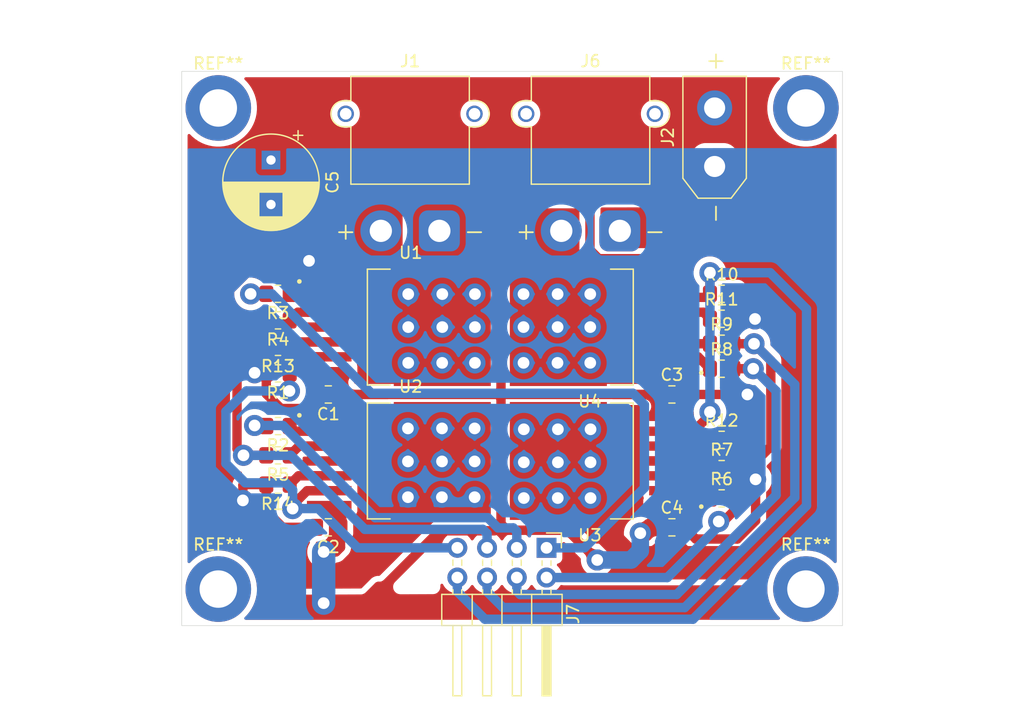
<source format=kicad_pcb>
(kicad_pcb (version 20241229) (generator "pcbnew") (generator_version "9.0")
  (layers (0 "F.Cu" signal) (2 "B.Cu" signal) (13 "F.Paste" user) (15 "B.Paste" user) (5 "F.SilkS" user "F.Silkscreen") (7 "B.SilkS" user "B.Silkscreen") (1 "F.Mask" user) (3 "B.Mask" user) (25 "Edge.Cuts" user))
  (net 0 "")
  (net 1 "GND")
  (net 2 "+24V")
  (net 3 "Net-(J1-Pin_1)")
  (net 4 "Net-(J1-Pin_2)")
  (net 5 "Net-(J6-Pin_1)")
  (net 6 "Net-(J6-Pin_2)")
  (net 7 "IS_1")
  (net 8 "Net-(U2-IN)")
  (net 9 "PWM_B")
  (net 10 "Net-(U1-IN)")
  (net 11 "PWM_A")
  (net 12 "Net-(U1-INH)")
  (net 13 "ENABLE_1")
  (net 14 "Net-(U2-INH)")
  (net 15 "PWM_C")
  (net 16 "Net-(U3-IN)")
  (net 17 "Net-(U3-INH)")
  (net 18 "ENABLE_2")
  (net 19 "Net-(U4-IN)")
  (net 20 "PWM_D")
  (net 21 "Net-(U4-INH)")
  (net 22 "IS_2")
  (net 23 "Net-(U4-SR)")
  (net 24 "Net-(U3-SR)")
  (net 25 "Net-(U1-SR)")
  (net 26 "Net-(U2-SR)")
  (footprint "Capacitor_SMD:C_0805_2012Metric_Pad1.18x1.45mm_HandSolder" (layer "F.Cu") (at 167.3 76.85)
    (property "Reference" "C3" (at 0 -1.68 0) (layer "F.SilkS"))
    (property "Value" "470nF")
    (pad "1" smd roundrect (at -1.0375 0) (size 1.175 1.45) (layers "F.Cu" "F.Mask" "F.Paste") (roundrect_rratio 0.212766) (net 2 "+24V"))
    (pad "2" smd roundrect (at 1.0375 0) (size 1.175 1.45) (layers "F.Cu" "F.Mask" "F.Paste") (roundrect_rratio 0.212766) (net 1 "GND"))
  )
  (footprint "Electronianos_Lib:BTS7960B_DPAK127P1490X440-8N" (layer "F.Cu") (at 143.975 82.53)
    (property "Reference" "U2" (at 1.016 -6.35 0) (layer "F.SilkS"))
    (property "Value" "BTS7960B")
    (pad "1" smd rect (at -5.95 -3.81) (size 3.81 0.8) (layers "F.Cu" "F.Mask" "F.Paste") (net 1 "GND"))
    (pad "2" smd rect (at -5.95 -2.54) (size 3.81 0.8) (layers "F.Cu" "F.Mask" "F.Paste") (net 8 "Net-(U2-IN)"))
    (pad "3" smd rect (at -5.95 -1.27) (size 3.81 0.8) (layers "F.Cu" "F.Mask" "F.Paste") (net 14 "Net-(U2-INH)"))
    (pad "4" smd rect (at -5.95 0) (size 3.81 0.8) (layers "F.Cu" "F.Mask" "F.Paste") (net 4 "Net-(J1-Pin_2)"))
    (pad "5" smd rect (at -5.95 1.27) (size 3.81 0.8) (layers "F.Cu" "F.Mask" "F.Paste") (net 26 "Net-(U2-SR)"))
    (pad "6" smd rect (at -5.95 2.54) (size 3.81 0.8) (layers "F.Cu" "F.Mask" "F.Paste") (net 7 "IS_1"))
    (pad "7" smd rect (at -5.95 3.81) (size 3.81 0.8) (layers "F.Cu" "F.Mask" "F.Paste") (net 2 "+24V"))
    (pad "8" smd rect (at 3.71 0) (size 8.29 10.07) (layers "F.Cu" "F.Mask") (net 4 "Net-(J1-Pin_2)"))
  )
  (footprint "Resistor_SMD:R_0805_2012Metric_Pad1.20x1.40mm_HandSolder" (layer "F.Cu") (at 171.55 68.25)
    (property "Reference" "R10" (at 0 -1.65 0) (layer "F.SilkS"))
    (property "Value" "R_US")
    (pad "1" smd roundrect (at -1 0) (size 1.2 1.4) (layers "F.Cu" "F.Mask" "F.Paste") (roundrect_rratio 0.208333) (net 22 "IS_2"))
    (pad "2" smd roundrect (at 1 0) (size 1.2 1.4) (layers "F.Cu" "F.Mask" "F.Paste") (roundrect_rratio 0.208333) (net 1 "GND"))
  )
  (footprint "Capacitor_SMD:C_0805_2012Metric_Pad1.18x1.45mm_HandSolder" (layer "F.Cu") (at 137.95 76.85 180)
    (property "Reference" "C1" (at 0 -1.68 0) (layer "F.SilkS"))
    (property "Value" "470nF")
    (pad "1" smd roundrect (at -1.0375 0 180) (size 1.175 1.45) (layers "F.Cu" "F.Mask" "F.Paste") (roundrect_rratio 0.212766) (net 2 "+24V"))
    (pad "2" smd roundrect (at 1.0375 0 180) (size 1.175 1.45) (layers "F.Cu" "F.Mask" "F.Paste") (roundrect_rratio 0.212766) (net 1 "GND"))
  )
  (footprint "MountingHole:MountingHole_3.2mm_M3_DIN965_Pad_TopBottom" (layer "F.Cu") (at 178.75 93.475)
    (property "Reference" "REF**" (at 0 -3.8 0) (layer "F.SilkS"))
    (property "Value" "MountingHole_3.2mm_M3_DIN965_Pad_TopBottom")
    (pad "1" thru_hole circle (at 0 0) (size 3.6 3.6) (drill 3.2) (layers "*.Cu" "*.Mask"))
    (pad "1" connect circle (at 0 0) (size 5.6 5.6) (layers "F.Cu" "F.Mask"))
    (pad "1" connect circle (at 0 0) (size 5.6 5.6) (layers "B.Cu" "B.Mask"))
  )
  (footprint "Resistor_SMD:R_0805_2012Metric_Pad1.20x1.40mm_HandSolder" (layer "F.Cu") (at 171.55 83.228604)
    (property "Reference" "R7" (at 0 -1.65 0) (layer "F.SilkS"))
    (property "Value" "R_US")
    (pad "1" smd roundrect (at -1 0) (size 1.2 1.4) (layers "F.Cu" "F.Mask" "F.Paste") (roundrect_rratio 0.208333) (net 17 "Net-(U3-INH)"))
    (pad "2" smd roundrect (at 1 0) (size 1.2 1.4) (layers "F.Cu" "F.Mask" "F.Paste") (roundrect_rratio 0.208333) (net 18 "ENABLE_2"))
  )
  (footprint "Electronianos_Lib:BTS7960B_DPAK127P1490X440-8N" (layer "F.Cu") (at 161.31 71.095 180)
    (property "Reference" "U4" (at 1.016 -6.35 0) (layer "F.SilkS"))
    (property "Value" "BTS7960B")
    (pad "1" smd rect (at -5.95 -3.81 180) (size 3.81 0.8) (layers "F.Cu" "F.Mask" "F.Paste") (net 1 "GND"))
    (pad "2" smd rect (at -5.95 -2.54 180) (size 3.81 0.8) (layers "F.Cu" "F.Mask" "F.Paste") (net 19 "Net-(U4-IN)"))
    (pad "3" smd rect (at -5.95 -1.27 180) (size 3.81 0.8) (layers "F.Cu" "F.Mask" "F.Paste") (net 21 "Net-(U4-INH)"))
    (pad "4" smd rect (at -5.95 0 180) (size 3.81 0.8) (layers "F.Cu" "F.Mask" "F.Paste") (net 6 "Net-(J6-Pin_2)"))
    (pad "5" smd rect (at -5.95 1.27 180) (size 3.81 0.8) (layers "F.Cu" "F.Mask" "F.Paste") (net 23 "Net-(U4-SR)"))
    (pad "6" smd rect (at -5.95 2.54 180) (size 3.81 0.8) (layers "F.Cu" "F.Mask" "F.Paste") (net 22 "IS_2"))
    (pad "7" smd rect (at -5.95 3.81 180) (size 3.81 0.8) (layers "F.Cu" "F.Mask" "F.Paste") (net 2 "+24V"))
    (pad "8" smd rect (at 3.71 0 180) (size 8.29 10.07) (layers "F.Cu" "F.Mask") (net 6 "Net-(J6-Pin_2)"))
  )
  (footprint "MountingHole:MountingHole_3.2mm_M3_DIN965_Pad_TopBottom" (layer "F.Cu") (at 128.55 52.375)
    (property "Reference" "REF**" (at 0 -3.8 0) (layer "F.SilkS"))
    (property "Value" "MountingHole_3.2mm_M3_DIN965_Pad_TopBottom")
    (pad "1" thru_hole circle (at 0 0) (size 3.6 3.6) (drill 3.2) (layers "*.Cu" "*.Mask"))
    (pad "1" connect circle (at 0 0) (size 5.6 5.6) (layers "F.Cu" "F.Mask"))
    (pad "1" connect circle (at 0 0) (size 5.6 5.6) (layers "B.Cu" "B.Mask"))
  )
  (footprint "Resistor_SMD:R_0805_2012Metric_Pad1.20x1.40mm_HandSolder" (layer "F.Cu") (at 133.65 84.55 180)
    (property "Reference" "R14" (at 0 -1.65 0) (layer "F.SilkS"))
    (property "Value" "R_US")
    (pad "1" smd roundrect (at -1 0 180) (size 1.2 1.4) (layers "F.Cu" "F.Mask" "F.Paste") (roundrect_rratio 0.208333) (net 26 "Net-(U2-SR)"))
    (pad "2" smd roundrect (at 1 0 180) (size 1.2 1.4) (layers "F.Cu" "F.Mask" "F.Paste") (roundrect_rratio 0.208333) (net 1 "GND"))
  )
  (footprint "Resistor_SMD:R_0805_2012Metric_Pad1.20x1.40mm_HandSolder" (layer "F.Cu") (at 171.55 85.728604)
    (property "Reference" "R6" (at 0 -1.65 0) (layer "F.SilkS"))
    (property "Value" "R_US")
    (pad "1" smd roundrect (at -1 0) (size 1.2 1.4) (layers "F.Cu" "F.Mask" "F.Paste") (roundrect_rratio 0.208333) (net 16 "Net-(U3-IN)"))
    (pad "2" smd roundrect (at 1 0) (size 1.2 1.4) (layers "F.Cu" "F.Mask" "F.Paste") (roundrect_rratio 0.208333) (net 15 "PWM_C"))
  )
  (footprint "Connector_AMASS:AMASS_XT30PW-M_1x02_P2.50mm_Horizontal" (layer "F.Cu") (at 162.85 62.873702)
    (property "Reference" "J6" (at -2.5 -14.5 0) (layer "F.SilkS"))
    (property "Value" "Motor_2")
    (fp_text user "-" (at 3 0 0) (layer "F.SilkS") (effects (font (size 1.5 1.5))))
    (fp_text user "+" (at -8 0 0) (layer "F.SilkS") (effects (font (size 1.5 1.5))))
    (pad "" thru_hole circle (at -8 -10) (size 1.4 1.4) (drill 1) (layers "*.Cu" "*.Mask"))
    (pad "" thru_hole circle (at 3 -10) (size 1.4 1.4) (drill 1) (layers "*.Cu" "*.Mask"))
    (pad "1" thru_hole roundrect (at 0 0) (size 3.5 3.5) (drill 1.9) (layers "*.Cu" "*.Mask") (roundrect_rratio 0.22) (net 5 "Net-(J6-Pin_1)"))
    (pad "2" thru_hole circle (at -5 0) (size 3.5 3.5) (drill 1.9) (layers "*.Cu" "*.Mask") (net 6 "Net-(J6-Pin_2)"))
  )
  (footprint "Capacitor_SMD:C_0805_2012Metric_Pad1.18x1.45mm_HandSolder" (layer "F.Cu") (at 137.95 88.2 180)
    (property "Reference" "C2" (at 0 -1.68 0) (layer "F.SilkS"))
    (property "Value" "470nF")
    (pad "1" smd roundrect (at -1.0375 0 180) (size 1.175 1.45) (layers "F.Cu" "F.Mask" "F.Paste") (roundrect_rratio 0.212766) (net 2 "+24V"))
    (pad "2" smd roundrect (at 1.0375 0 180) (size 1.175 1.45) (layers "F.Cu" "F.Mask" "F.Paste") (roundrect_rratio 0.212766) (net 1 "GND"))
  )
  (footprint "Resistor_SMD:R_0805_2012Metric_Pad1.20x1.40mm_HandSolder" (layer "F.Cu") (at 133.65 70.516667 180)
    (property "Reference" "R4" (at 0 -1.65 0) (layer "F.SilkS"))
    (property "Value" "R_US")
    (pad "1" smd roundrect (at -1 0 180) (size 1.2 1.4) (layers "F.Cu" "F.Mask" "F.Paste") (roundrect_rratio 0.208333) (net 12 "Net-(U1-INH)"))
    (pad "2" smd roundrect (at 1 0 180) (size 1.2 1.4) (layers "F.Cu" "F.Mask" "F.Paste") (roundrect_rratio 0.208333) (net 13 "ENABLE_1"))
  )
  (footprint "Resistor_SMD:R_0805_2012Metric_Pad1.20x1.40mm_HandSolder" (layer "F.Cu") (at 171.55 72.516667)
    (property "Reference" "R9" (at 0 -1.65 0) (layer "F.SilkS"))
    (property "Value" "R_US")
    (pad "1" smd roundrect (at -1 0) (size 1.2 1.4) (layers "F.Cu" "F.Mask" "F.Paste") (roundrect_rratio 0.208333) (net 21 "Net-(U4-INH)"))
    (pad "2" smd roundrect (at 1 0) (size 1.2 1.4) (layers "F.Cu" "F.Mask" "F.Paste") (roundrect_rratio 0.208333) (net 18 "ENABLE_2"))
  )
  (footprint "Resistor_SMD:R_0805_2012Metric_Pad1.20x1.40mm_HandSolder" (layer "F.Cu") (at 133.65 75.05 180)
    (property "Reference" "R1" (at 0 -1.65 0) (layer "F.SilkS"))
    (property "Value" "R_US")
    (pad "1" smd roundrect (at -1 0 180) (size 1.2 1.4) (layers "F.Cu" "F.Mask" "F.Paste") (roundrect_rratio 0.208333) (net 7 "IS_1"))
    (pad "2" smd roundrect (at 1 0 180) (size 1.2 1.4) (layers "F.Cu" "F.Mask" "F.Paste") (roundrect_rratio 0.208333) (net 1 "GND"))
  )
  (footprint "Resistor_SMD:R_0805_2012Metric_Pad1.20x1.40mm_HandSolder" (layer "F.Cu") (at 133.65 79.55 180)
    (property "Reference" "R2" (at 0 -1.65 0) (layer "F.SilkS"))
    (property "Value" "R_US")
    (pad "1" smd roundrect (at -1 0 180) (size 1.2 1.4) (layers "F.Cu" "F.Mask" "F.Paste") (roundrect_rratio 0.208333) (net 8 "Net-(U2-IN)"))
    (pad "2" smd roundrect (at 1 0 180) (size 1.2 1.4) (layers "F.Cu" "F.Mask" "F.Paste") (roundrect_rratio 0.208333) (net 9 "PWM_B"))
  )
  (footprint "Resistor_SMD:R_0805_2012Metric_Pad1.20x1.40mm_HandSolder" (layer "F.Cu") (at 133.65 72.783333 180)
    (property "Reference" "R13" (at 0 -1.65 0) (layer "F.SilkS"))
    (property "Value" "R_US")
    (pad "1" smd roundrect (at -1 0 180) (size 1.2 1.4) (layers "F.Cu" "F.Mask" "F.Paste") (roundrect_rratio 0.208333) (net 25 "Net-(U1-SR)"))
    (pad "2" smd roundrect (at 1 0 180) (size 1.2 1.4) (layers "F.Cu" "F.Mask" "F.Paste") (roundrect_rratio 0.208333) (net 1 "GND"))
  )
  (footprint "Capacitor_SMD:C_0805_2012Metric_Pad1.18x1.45mm_HandSolder" (layer "F.Cu") (at 167.3 88.2)
    (property "Reference" "C4" (at 0 -1.68 0) (layer "F.SilkS"))
    (property "Value" "470nF")
    (pad "1" smd roundrect (at -1.0375 0) (size 1.175 1.45) (layers "F.Cu" "F.Mask" "F.Paste") (roundrect_rratio 0.212766) (net 2 "+24V"))
    (pad "2" smd roundrect (at 1.0375 0) (size 1.175 1.45) (layers "F.Cu" "F.Mask" "F.Paste") (roundrect_rratio 0.212766) (net 1 "GND"))
  )
  (footprint "Electronianos_Lib:BTS7960B_DPAK127P1490X440-8N" (layer "F.Cu") (at 161.31 82.53 180)
    (property "Reference" "U3" (at 1.016 -6.35 0) (layer "F.SilkS"))
    (property "Value" "BTS7960B")
    (pad "1" smd rect (at -5.95 -3.81 180) (size 3.81 0.8) (layers "F.Cu" "F.Mask" "F.Paste") (net 1 "GND"))
    (pad "2" smd rect (at -5.95 -2.54 180) (size 3.81 0.8) (layers "F.Cu" "F.Mask" "F.Paste") (net 16 "Net-(U3-IN)"))
    (pad "3" smd rect (at -5.95 -1.27 180) (size 3.81 0.8) (layers "F.Cu" "F.Mask" "F.Paste") (net 17 "Net-(U3-INH)"))
    (pad "4" smd rect (at -5.95 0 180) (size 3.81 0.8) (layers "F.Cu" "F.Mask" "F.Paste") (net 5 "Net-(J6-Pin_1)"))
    (pad "5" smd rect (at -5.95 1.27 180) (size 3.81 0.8) (layers "F.Cu" "F.Mask" "F.Paste") (net 24 "Net-(U3-SR)"))
    (pad "6" smd rect (at -5.95 2.54 180) (size 3.81 0.8) (layers "F.Cu" "F.Mask" "F.Paste") (net 22 "IS_2"))
    (pad "7" smd rect (at -5.95 3.81 180) (size 3.81 0.8) (layers "F.Cu" "F.Mask" "F.Paste") (net 2 "+24V"))
    (pad "8" smd rect (at 3.71 0 180) (size 8.29 10.07) (layers "F.Cu" "F.Mask") (net 5 "Net-(J6-Pin_1)"))
  )
  (footprint "Connector_PinHeader_2.54mm:PinHeader_2x04_P2.54mm_Horizontal" (layer "F.Cu") (at 156.59 89.95 -90)
    (property "Reference" "J7" (at 5.655 -2.27 90) (layer "F.SilkS"))
    (property "Value" "Conn_02x04_Odd_Even")
    (pad "1" thru_hole rect (at 0 0 270) (size 1.7 1.7) (drill 1) (layers "*.Cu" "*.Mask") (net 11 "PWM_A"))
    (pad "2" thru_hole oval (at 2.54 0 270) (size 1.7 1.7) (drill 1) (layers "*.Cu" "*.Mask") (net 15 "PWM_C"))
    (pad "3" thru_hole oval (at 0 2.54 270) (size 1.7 1.7) (drill 1) (layers "*.Cu" "*.Mask") (net 9 "PWM_B"))
    (pad "4" thru_hole oval (at 2.54 2.54 270) (size 1.7 1.7) (drill 1) (layers "*.Cu" "*.Mask") (net 20 "PWM_D"))
    (pad "5" thru_hole oval (at 0 5.08 270) (size 1.7 1.7) (drill 1) (layers "*.Cu" "*.Mask") (net 13 "ENABLE_1"))
    (pad "6" thru_hole oval (at 2.54 5.08 270) (size 1.7 1.7) (drill 1) (layers "*.Cu" "*.Mask") (net 18 "ENABLE_2"))
    (pad "7" thru_hole oval (at 0 7.62 270) (size 1.7 1.7) (drill 1) (layers "*.Cu" "*.Mask") (net 7 "IS_1"))
    (pad "8" thru_hole oval (at 2.54 7.62 270) (size 1.7 1.7) (drill 1) (layers "*.Cu" "*.Mask") (net 22 "IS_2"))
  )
  (footprint "Resistor_SMD:R_0805_2012Metric_Pad1.20x1.40mm_HandSolder" (layer "F.Cu") (at 133.65 68.25 180)
    (property "Reference" "R3" (at 0 -1.65 0) (layer "F.SilkS"))
    (property "Value" "R_US")
    (pad "1" smd roundrect (at -1 0 180) (size 1.2 1.4) (layers "F.Cu" "F.Mask" "F.Paste") (roundrect_rratio 0.208333) (net 10 "Net-(U1-IN)"))
    (pad "2" smd roundrect (at 1 0 180) (size 1.2 1.4) (layers "F.Cu" "F.Mask" "F.Paste") (roundrect_rratio 0.208333) (net 11 "PWM_A"))
  )
  (footprint "Resistor_SMD:R_0805_2012Metric_Pad1.20x1.40mm_HandSolder" (layer "F.Cu") (at 171.55 80.728604)
    (property "Reference" "R12" (at 0 -1.65 0) (layer "F.SilkS"))
    (property "Value" "R_US")
    (pad "1" smd roundrect (at -1 0) (size 1.2 1.4) (layers "F.Cu" "F.Mask" "F.Paste") (roundrect_rratio 0.208333) (net 24 "Net-(U3-SR)"))
    (pad "2" smd roundrect (at 1 0) (size 1.2 1.4) (layers "F.Cu" "F.Mask" "F.Paste") (roundrect_rratio 0.208333) (net 1 "GND"))
  )
  (footprint "Connector_AMASS:AMASS_XT30PW-M_1x02_P2.50mm_Horizontal" (layer "F.Cu") (at 147.435 62.873702)
    (property "Reference" "J1" (at -2.5 -14.5 0) (layer "F.SilkS"))
    (property "Value" "Motor_1")
    (fp_text user "+" (at -8 0 0) (layer "F.SilkS") (effects (font (size 1.5 1.5))))
    (fp_text user "-" (at 3 0 0) (layer "F.SilkS") (effects (font (size 1.5 1.5))))
    (pad "" thru_hole circle (at -8 -10) (size 1.4 1.4) (drill 1) (layers "*.Cu" "*.Mask"))
    (pad "" thru_hole circle (at 3 -10) (size 1.4 1.4) (drill 1) (layers "*.Cu" "*.Mask"))
    (pad "1" thru_hole roundrect (at 0 0) (size 3.5 3.5) (drill 1.9) (layers "*.Cu" "*.Mask") (roundrect_rratio 0.22) (net 3 "Net-(J1-Pin_1)"))
    (pad "2" thru_hole circle (at -5 0) (size 3.5 3.5) (drill 1.9) (layers "*.Cu" "*.Mask") (net 4 "Net-(J1-Pin_2)"))
  )
  (footprint "Electronianos_Lib:BTS7960B_DPAK127P1490X440-8N" (layer "F.Cu") (at 143.975 71.095)
    (property "Reference" "U1" (at 1.016 -6.35 0) (layer "F.SilkS"))
    (property "Value" "BTS7960B")
    (pad "1" smd rect (at -5.95 -3.81) (size 3.81 0.8) (layers "F.Cu" "F.Mask" "F.Paste") (net 1 "GND"))
    (pad "2" smd rect (at -5.95 -2.54) (size 3.81 0.8) (layers "F.Cu" "F.Mask" "F.Paste") (net 10 "Net-(U1-IN)"))
    (pad "3" smd rect (at -5.95 -1.27) (size 3.81 0.8) (layers "F.Cu" "F.Mask" "F.Paste") (net 12 "Net-(U1-INH)"))
    (pad "4" smd rect (at -5.95 0) (size 3.81 0.8) (layers "F.Cu" "F.Mask" "F.Paste") (net 3 "Net-(J1-Pin_1)"))
    (pad "5" smd rect (at -5.95 1.27) (size 3.81 0.8) (layers "F.Cu" "F.Mask" "F.Paste") (net 25 "Net-(U1-SR)"))
    (pad "6" smd rect (at -5.95 2.54) (size 3.81 0.8) (layers "F.Cu" "F.Mask" "F.Paste") (net 7 "IS_1"))
    (pad "7" smd rect (at -5.95 3.81) (size 3.81 0.8) (layers "F.Cu" "F.Mask" "F.Paste") (net 2 "+24V"))
    (pad "8" smd rect (at 3.71 0) (size 8.29 10.07) (layers "F.Cu" "F.Mask") (net 3 "Net-(J1-Pin_1)"))
  )
  (footprint "MountingHole:MountingHole_3.2mm_M3_DIN965_Pad_TopBottom" (layer "F.Cu") (at 178.75 52.375)
    (property "Reference" "REF**" (at 0 -3.8 0) (layer "F.SilkS"))
    (property "Value" "MountingHole_3.2mm_M3_DIN965_Pad_TopBottom")
    (pad "1" thru_hole circle (at 0 0) (size 3.6 3.6) (drill 3.2) (layers "*.Cu" "*.Mask"))
    (pad "1" connect circle (at 0 0) (size 5.6 5.6) (layers "F.Cu" "F.Mask"))
    (pad "1" connect circle (at 0 0) (size 5.6 5.6) (layers "B.Cu" "B.Mask"))
  )
  (footprint "Capacitor_THT:CP_Radial_D8.0mm_P3.80mm" (layer "F.Cu") (at 133.05 56.822349 -90)
    (property "Reference" "C5" (at 1.9 -5.25 270) (layer "F.SilkS"))
    (property "Value" "330uF")
    (pad "1" thru_hole rect (at 0 0 270) (size 1.6 1.6) (drill 0.8) (layers "*.Cu" "*.Mask") (net 2 "+24V"))
    (pad "2" thru_hole circle (at 3.8 0 270) (size 1.6 1.6) (drill 0.8) (layers "*.Cu" "*.Mask") (net 1 "GND"))
  )
  (footprint "Resistor_SMD:R_0805_2012Metric_Pad1.20x1.40mm_HandSolder" (layer "F.Cu") (at 133.65 82.05 180)
    (property "Reference" "R5" (at 0 -1.65 0) (layer "F.SilkS"))
    (property "Value" "R_US")
    (pad "1" smd roundrect (at -1 0 180) (size 1.2 1.4) (layers "F.Cu" "F.Mask" "F.Paste") (roundrect_rratio 0.208333) (net 14 "Net-(U2-INH)"))
    (pad "2" smd roundrect (at 1 0 180) (size 1.2 1.4) (layers "F.Cu" "F.Mask" "F.Paste") (roundrect_rratio 0.208333) (net 13 "ENABLE_1"))
  )
  (footprint "Connector_AMASS:AMASS_XT30UPB-F_1x02_P5.0mm_Vertical" (layer "F.Cu") (at 170.95 57.373702 90)
    (property "Reference" "J2" (at 2.5 -4 90) (layer "F.SilkS"))
    (property "Value" "Alimentacion")
    (fp_text user "+" (at 9 0 90) (layer "F.SilkS") (effects (font (size 1.5 1.5))))
    (fp_text user "-" (at -4 0 90) (layer "F.SilkS") (effects (font (size 1.5 1.5))))
    (pad "1" thru_hole roundrect (at 0 0 90) (size 3 3) (drill 1.8) (layers "*.Cu" "*.Mask") (net 1 "GND"))
    (pad "2" thru_hole circle (at 5 0 90) (size 3 3) (drill 1.8) (layers "*.Cu" "*.Mask") (net 2 "+24V"))
  )
  (footprint "MountingHole:MountingHole_3.2mm_M3_DIN965_Pad_TopBottom" (layer "F.Cu") (at 128.55 93.475)
    (property "Reference" "REF**" (at 0 -3.8 0) (layer "F.SilkS"))
    (property "Value" "MountingHole_3.2mm_M3_DIN965_Pad_TopBottom")
    (pad "1" thru_hole circle (at 0 0) (size 3.6 3.6) (drill 3.2) (layers "*.Cu" "*.Mask"))
    (pad "1" connect circle (at 0 0) (size 5.6 5.6) (layers "F.Cu" "F.Mask"))
    (pad "1" connect circle (at 0 0) (size 5.6 5.6) (layers "B.Cu" "B.Mask"))
  )
  (footprint "Resistor_SMD:R_0805_2012Metric_Pad1.20x1.40mm_HandSolder" (layer "F.Cu") (at 171.55 74.65)
    (property "Reference" "R8" (at 0 -1.65 0) (layer "F.SilkS"))
    (property "Value" "R_US")
    (pad "1" smd roundrect (at -1 0) (size 1.2 1.4) (layers "F.Cu" "F.Mask" "F.Paste") (roundrect_rratio 0.208333) (net 19 "Net-(U4-IN)"))
    (pad "2" smd roundrect (at 1 0) (size 1.2 1.4) (layers "F.Cu" "F.Mask" "F.Paste") (roundrect_rratio 0.208333) (net 20 "PWM_D"))
  )
  (footprint "Resistor_SMD:R_0805_2012Metric_Pad1.20x1.40mm_HandSolder" (layer "F.Cu") (at 171.55 70.383333)
    (property "Reference" "R11" (at 0 -1.65 0) (layer "F.SilkS"))
    (property "Value" "R_US")
    (pad "1" smd roundrect (at -1 0) (size 1.2 1.4) (layers "F.Cu" "F.Mask" "F.Paste") (roundrect_rratio 0.208333) (net 23 "Net-(U4-SR)"))
    (pad "2" smd roundrect (at 1 0) (size 1.2 1.4) (layers "F.Cu" "F.Mask" "F.Paste") (roundrect_rratio 0.208333) (net 1 "GND"))
  )
  (gr_rect (start 125.425 49.25) (end 181.875 96.6) (stroke (width 0.05)) (fill no) (layer "Edge.Cuts"))
  (segment (start 136.9125 76.85) (end 136.9125 78.05) (width 0.8) (layer "F.Cu") (net 1))
  (segment (start 130.65 85.9) (end 130.65 84.6) (width 0.8) (layer "F.Cu") (net 1))
  (segment (start 132.65 75.05) (end 132.7 75.1) (width 0.8) (layer "F.Cu") (net 1))
  (segment (start 168.3375 86.371) (end 167.26 86.371) (width 0.8) (layer "F.Cu") (net 1))
  (segment (start 137.225 65.375) (end 138.025 66.175) (width 1.5) (layer "F.Cu") (net 1))
  (segment (start 136.9125 78.05) (end 133.9 78.05) (width 0.8) (layer "F.Cu") (net 1))
  (segment (start 132.7 76.85) (end 132.65 76.8) (width 0.8) (layer "F.Cu") (net 1))
  (segment (start 138.025 78.72) (end 137.02 78.72) (width 0.8) (layer "F.Cu") (net 1))
  (segment (start 172.55 77.084688) (end 172.315312 76.85) (width 0.8) (layer "F.Cu") (net 1))
  (segment (start 137.02 78.72) (end 136.9125 78.6125) (width 0.8) (layer "F.Cu") (net 1))
  (segment (start 172.566667 70.4) (end 172.55 70.383333) (width 0.8) (layer "F.Cu") (net 1))
  (segment (start 172.55 70.383333) (end 172.55 68.25) (width 0.8) (layer "F.Cu") (net 1))
  (segment (start 133.9 78.05) (end 132.7 76.85) (width 0.8) (layer "F.Cu") (net 1))
  (segment (start 130.7 84.55) (end 132.65 84.55) (width 0.8) (layer "F.Cu") (net 1))
  (segment (start 136.3 65.434246) (end 136.359246 65.375) (width 1.5) (layer "F.Cu") (net 1))
  (segment (start 132.65 76.8) (end 132.65 75.05) (width 0.8) (layer "F.Cu") (net 1))
  (segment (start 172.886844 89.199) (end 174.45 87.635844) (width 0.8) (layer "F.Cu") (net 1))
  (segment (start 173.75 76.85) (end 172.315312 76.85) (width 0.8) (layer "F.Cu") (net 1))
  (segment (start 174.4 70.4) (end 172.566667 70.4) (width 0.8) (layer "F.Cu") (net 1))
  (segment (start 169.3365 89.199) (end 172.886844 89.199) (width 0.8) (layer "F.Cu") (net 1))
  (segment (start 132.65 86.8) (end 134.05 88.2) (width 0.8) (layer "F.Cu") (net 1))
  (segment (start 136.359246 65.375) (end 137.225 65.375) (width 1.5) (layer "F.Cu") (net 1))
  (segment (start 168.3375 88.2) (end 169.3365 89.199) (width 0.8) (layer "F.Cu") (net 1))
  (segment (start 130.65 84.6) (end 130.7 84.55) (width 0.8) (layer "F.Cu") (net 1))
  (segment (start 174.45 87.635844) (end 174.45 84.1) (width 0.8) (layer "F.Cu") (net 1))
  (segment (start 131.701 75.05) (end 132.65 75.05) (width 0.8) (layer "F.Cu") (net 1))
  (segment (start 168.3375 76.85) (end 168.3375 74.936) (width 0.8) (layer "F.Cu") (net 1))
  (segment (start 132.65 72.783333) (end 132.65 75.05) (width 0.8) (layer "F.Cu") (net 1))
  (segment (start 138.025 66.175) (end 138.025 67.285) (width 1.5) (layer "F.Cu") (net 1))
  (segment (start 131.651 75) (end 131.701 75.05) (width 0.8) (layer "F.Cu") (net 1))
  (segment (start 136.9125 78.6125) (end 136.9125 76.85) (width 0.8) (layer "F.Cu") (net 1))
  (segment (start 168.3375 88.2) (end 168.3375 86.371) (width 0.8) (layer "F.Cu") (net 1))
  (segment (start 168.3375 74.936) (end 167.26 74.936) (width 0.8) (layer "F.Cu") (net 1))
  (segment (start 172.315312 76.85) (end 168.3375 76.85) (width 0.8) (layer "F.Cu") (net 1))
  (segment (start 134.05 88.2) (end 136.9125 88.2) (width 0.8) (layer "F.Cu") (net 1))
  (segment (start 132.65 84.55) (end 132.65 86.8) (width 0.8) (layer "F.Cu") (net 1))
  (segment (start 172.55 80.728604) (end 172.55 77.084688) (width 0.8) (layer "F.Cu") (net 1))
  (via (at 130.65 85.9) (size 1.8) (drill 1) (layers "F.Cu" "B.Cu") (net 1))
  (via (at 131.651 75) (size 1.8) (drill 1) (layers "F.Cu" "B.Cu") (net 1))
  (via (at 173.75 76.85) (size 1.8) (drill 1) (layers "F.Cu" "B.Cu") (net 1))
  (via (at 136.3 65.434246) (size 1.8) (drill 1) (layers "F.Cu" "B.Cu") (net 1))
  (via (at 174.4 70.4) (size 1.8) (drill 1) (layers "F.Cu" "B.Cu") (net 1))
  (via (at 174.45 84.1) (size 1.8) (drill 1) (layers "F.Cu" "B.Cu") (net 1))
  (segment (start 174.45 84.1) (end 174.45 81.85) (width 0.8) (layer "B.Cu") (net 1))
  (segment (start 170.075 81.35) (end 173.65 81.35) (width 0.8) (layer "B.Cu") (net 1))
  (segment (start 172.95 70.4) (end 174.4 70.4) (width 0.8) (layer "B.Cu") (net 1))
  (segment (start 127.951 69.496115) (end 127.951 76.9) (width 0.8) (layer "B.Cu") (net 1))
  (segment (start 136.3 65.434246) (end 136.359246 65.375) (width 0.8) (layer "B.Cu") (net 1))
  (segment (start 165.825 65.375) (end 166.925 66.475) (width 0.8) (layer "B.Cu") (net 1))
  (segment (start 173.75 76.85) (end 172.35 76.85) (width 0.8) (layer "B.Cu") (net 1))
  (segment (start 171.8 76.3) (end 171.8 71.55) (width 0.8) (layer "B.Cu") (net 1))
  (segment (start 132.047115 65.4) (end 127.951 69.496115) (width 0.8) (layer "B.Cu") (net 1))
  (segment (start 171.8 71.55) (end 172.95 70.4) (width 0.8) (layer "B.Cu") (net 1))
  (segment (start 136.359246 65.375) (end 165.825 65.375) (width 0.8) (layer "B.Cu") (net 1))
  (segment (start 166.925 66.475) (end 166.925 78.2) (width 0.8) (layer "B.Cu") (net 1))
  (segment (start 130.65 85.9) (end 127.951 83.201) (width 0.8) (layer "B.Cu") (net 1))
  (segment (start 136.3 65.434246) (end 136.265754 65.4) (width 0.8) (layer "B.Cu") (net 1))
  (segment (start 173.65 81.35) (end 173.75 81.25) (width 0.8) (layer "B.Cu") (net 1))
  (segment (start 173.75 81.25) (end 173.75 76.85) (width 0.8) (layer "B.Cu") (net 1))
  (segment (start 173.8 76.9) (end 173.75 76.85) (width 0.8) (layer "B.Cu") (net 1))
  (segment (start 136.265754 65.4) (end 132.047115 65.4) (width 0.8) (layer "B.Cu") (net 1))
  (segment (start 127.951 83.201) (end 127.951 76.9) (width 0.8) (layer "B.Cu") (net 1))
  (segment (start 131.651 75) (end 128.001 75) (width 0.8) (layer "B.Cu") (net 1))
  (segment (start 127.951 75.05) (end 127.951 76.9) (width 0.8) (layer "B.Cu") (net 1))
  (segment (start 173.8 81.2) (end 173.8 76.9) (width 0.8) (layer "B.Cu") (net 1))
  (segment (start 174.45 81.85) (end 173.8 81.2) (width 0.8) (layer "B.Cu") (net 1))
  (segment (start 172.35 76.85) (end 171.8 76.3) (width 0.8) (layer "B.Cu") (net 1))
  (segment (start 128.001 75) (end 127.951 75.05) (width 0.8) (layer "B.Cu") (net 1))
  (segment (start 166.925 78.2) (end 170.075 81.35) (width 0.8) (layer "B.Cu") (net 1))
  (segment (start 137.55 90.3) (end 138.6 90.3) (width 0.8) (layer "F.Cu") (net 2))
  (segment (start 138.33 74.905) (end 138.025 74.905) (width 0.8) (layer "F.Cu") (net 2))
  (segment (start 161.05 65.25) (end 160.3 64.5) (width 0.8) (layer "F.Cu") (net 2))
  (segment (start 147.451 88.499) (end 152.111024 88.499) (width 0.8) (layer "F.Cu") (net 2))
  (segment (start 158.380151 88.45) (end 160.920152 90.990001) (width 0.8) (layer "F.Cu") (net 2))
  (segment (start 142.7 93.25) (end 147.451 88.499) (width 0.8) (layer "F.Cu") (net 2))
  (segment (start 152.7 76.85) (end 152.7 87.910024) (width 0.8) (layer "F.Cu") (net 2))
  (segment (start 138.9875 75.5625) (end 138.33 74.905) (width 0.8) (layer "F.Cu") (net 2))
  (segment (start 166.6 65.25) (end 161.05 65.25) (width 0.8) (layer "F.Cu") (net 2))
  (segment (start 164.6 88.7) (end 164.95 88.7) (width 1.5) (layer "F.Cu") (net 2))
  (segment (start 152.7 76.85) (end 166.2625 76.85) (width 0.8) (layer "F.Cu") (net 2))
  (segment (start 152.7 87.910024) (end 153.239976 88.45) (width 0.8) (layer "F.Cu") (net 2))
  (segment (start 152.7 61.75) (end 152.7 76.85) (width 0.8) (layer "F.Cu") (net 2))
  (segment (start 153.239976 88.45) (end 158.380151 88.45) (width 0.8) (layer "F.Cu") (net 2))
  (segment (start 166.2625 76.85) (end 166.2625 78.689) (width 0.8) (layer "F.Cu") (net 2))
  (segment (start 137.55 94.675) (end 140.8 94.675) (width 0.8) (layer "F.Cu") (net 2))
  (segment (start 152.111024 88.499) (end 152.7 87.910024) (width 0.8) (layer "F.Cu") (net 2))
  (segment (start 138.9875 76.85) (end 138.9875 75.5625) (width 0.8) (layer "F.Cu") (net 2))
  (segment (start 167.26 67.285) (end 167.26 65.91) (width 0.8) (layer "F.Cu") (net 2))
  (segment (start 166.2625 78.689) (end 167.26 78.689) (width 0.8) (layer "F.Cu") (net 2))
  (segment (start 138.6 90.3) (end 138.9875 89.9125) (width 0.8) (layer "F.Cu") (net 2))
  (segment (start 142.225 93.25) (end 142.7 93.25) (width 0.8) (layer "F.Cu") (net 2))
  (segment (start 167.26 65.91) (end 166.6 65.25) (width 0.8) (layer "F.Cu") (net 2))
  (segment (start 164.95 88.7) (end 165.45 88.2) (width 1.5) (layer "F.Cu") (net 2))
  (segment (start 165.45 88.2) (end 166.2625 88.2) (width 1.5) (layer "F.Cu") (net 2))
  (segment (start 160.3 64.5) (end 160.3 60.8) (width 0.8) (layer "F.Cu") (net 2))
  (segment (start 138.9875 88.2) (end 138.9875 86.5125) (width 0.8) (layer "F.Cu") (net 2))
  (segment (start 138.9875 76.85) (end 152.7 76.85) (width 0.8) (layer "F.Cu") (net 2))
  (segment (start 159.35 59.85) (end 154.6 59.85) (width 0.8) (layer "F.Cu") (net 2))
  (segment (start 160.3 60.8) (end 159.35 59.85) (width 0.8) (layer "F.Cu") (net 2))
  (segment (start 140.8 94.675) (end 142.225 93.25) (width 0.8) (layer "F.Cu") (net 2))
  (segment (start 154.6 59.85) (end 152.7 61.75) (width 0.8) (layer "F.Cu") (net 2))
  (segment (start 138.9875 89.9125) (end 138.9875 88.2) (width 0.8) (layer "F.Cu") (net 2))
  (via (at 137.55 94.675) (size 1.8) (drill 1) (layers "F.Cu" "B.Cu") (net 2))
  (via (at 164.6 88.7) (size 1.8) (drill 1) (layers "F.Cu" "B.Cu") (net 2))
  (via (at 137.55 90.3) (size 1.8) (drill 1) (layers "F.Cu" "B.Cu") (net 2))
  (via (at 160.920152 90.990001) (size 1.8) (drill 1) (layers "F.Cu" "B.Cu") (net 2))
  (segment (start 160.920152 90.990001) (end 163.809999 90.990001) (width 1.5) (layer "B.Cu") (net 2))
  (segment (start 137.55 94.675) (end 137.55 90.3) (width 2) (layer "B.Cu") (net 2))
  (segment (start 163.809999 90.990001) (end 164.6 90.2) (width 1.5) (layer "B.Cu") (net 2))
  (segment (start 164.6 90.2) (end 164.6 88.7) (width 1.5) (layer "B.Cu") (net 2))
  (segment (start 147.685 71.095) (end 144.775 71.095) (width 0.8) (layer "F.Cu") (net 3))
  (segment (start 147.685 68.325) (end 147.685 63.584246) (width 2) (layer "F.Cu") (net 3))
  (segment (start 147.685 63.584246) (end 147.435 63.334246) (width 2) (layer "F.Cu") (net 3))
  (segment (start 147.435 63.334246) (end 147.435 62.873702) (width 2) (layer "F.Cu") (net 3))
  (segment (start 147.685 71.095) (end 147.685 68.325) (width 2) (layer "F.Cu") (net 3))
  (segment (start 144.775 71.095) (end 138.025 71.095) (width 0.8) (layer "F.Cu") (net 3))
  (via (at 144.775 68.275) (size 1.8) (drill 1) (layers "F.Cu" "B.Cu") (net 3))
  (via (at 147.685 68.275) (size 1.8) (drill 1) (layers "F.Cu" "B.Cu") (net 3))
  (via (at 144.775 74.15) (size 1.8) (drill 1) (layers "F.Cu" "B.Cu") (net 3))
  (via (at 147.685 71.095) (size 1.8) (drill 1) (layers "F.Cu" "B.Cu") (net 3))
  (via (at 144.775 71.095) (size 1.8) (drill 1) (layers "F.Cu" "B.Cu") (net 3))
  (via (at 150.475 74.15) (size 1.8) (drill 1) (layers "F.Cu" "B.Cu") (net 3))
  (via (at 147.675 74.15) (size 1.8) (drill 1) (layers "F.Cu" "B.Cu") (net 3))
  (via (at 150.475 71.095) (size 1.8) (drill 1) (layers "F.Cu" "B.Cu") (net 3))
  (via (at 150.475 68.275) (size 1.8) (drill 1) (layers "F.Cu" "B.Cu") (net 3))
  (segment (start 133.9 92.4) (end 128.55 87.05) (width 2) (layer "F.Cu") (net 4))
  (segment (start 133.265754 63.334246) (end 141.974456 63.334246) (width 2) (layer "F.Cu") (net 4))
  (segment (start 147.685 82.53) (end 147.685 84.865) (width 2) (layer "F.Cu") (net 4))
  (segment (start 147.685 82.53) (end 138.025 82.53) (width 0.8) (layer "F.Cu") (net 4))
  (segment (start 128.55 68.05) (end 133.265754 63.334246) (width 2) (layer "F.Cu") (net 4))
  (segment (start 128.55 87.05) (end 128.55 68.05) (width 2) (layer "F.Cu") (net 4))
  (segment (start 147.685 84.865) (end 140.15 92.4) (width 2) (layer "F.Cu") (net 4))
  (segment (start 141.974456 63.334246) (end 142.435 62.873702) (width 2) (layer "F.Cu") (net 4))
  (segment (start 140.15 92.4) (end 133.9 92.4) (width 2) (layer "F.Cu") (net 4))
  (via (at 150.45 85.625) (size 1.8) (drill 1) (layers "F.Cu" "B.Cu") (net 4))
  (via (at 144.75 79.75) (size 1.8) (drill 1) (layers "F.Cu" "B.Cu") (net 4))
  (via (at 150.45 79.75) (size 1.8) (drill 1) (layers "F.Cu" "B.Cu") (net 4))
  (via (at 144.75 82.57) (size 1.8) (drill 1) (layers "F.Cu" "B.Cu") (net 4))
  (via (at 144.75 85.625) (size 1.8) (drill 1) (layers "F.Cu" "B.Cu") (net 4))
  (via (at 150.45 82.57) (size 1.8) (drill 1) (layers "F.Cu" "B.Cu") (net 4))
  (via (at 147.66 79.75) (size 1.8) (drill 1) (layers "F.Cu" "B.Cu") (net 4))
  (via (at 147.66 82.57) (size 1.8) (drill 1) (layers "F.Cu" "B.Cu") (net 4))
  (via (at 147.65 85.625) (size 1.8) (drill 1) (layers "F.Cu" "B.Cu") (net 4))
  (segment (start 178.249 86.101) (end 178.249 70.099) (width 2) (layer "F.Cu") (net 5))
  (segment (start 173.55 90.8) (end 178.249 86.101) (width 2) (layer "F.Cu") (net 5))
  (segment (start 157.6 82.53) (end 157.6 84.7) (width 2) (layer "F.Cu") (net 5))
  (segment (start 157.6 84.7) (end 163.7 90.8) (width 2) (layer "F.Cu") (net 5))
  (segment (start 163.310544 63.334246) (end 162.85 62.873702) (width 2) (layer "F.Cu") (net 5))
  (segment (start 163.7 90.8) (end 173.55 90.8) (width 2) (layer "F.Cu") (net 5))
  (segment (start 171.484246 63.334246) (end 163.310544 63.334246) (width 2) (layer "F.Cu") (net 5))
  (segment (start 178.249 70.099) (end 171.484246 63.334246) (width 2) (layer "F.Cu") (net 5))
  (segment (start 167.26 82.53) (end 157.6 82.53) (width 0.8) (layer "F.Cu") (net 5))
  (via (at 157.56 79.825) (size 1.8) (drill 1) (layers "F.Cu" "B.Cu") (net 5))
  (via (at 154.65 82.645) (size 1.8) (drill 1) (layers "F.Cu" "B.Cu") (net 5))
  (via (at 157.56 82.645) (size 1.8) (drill 1) (layers "F.Cu" "B.Cu") (net 5))
  (via (at 160.35 82.645) (size 1.8) (drill 1) (layers "F.Cu" "B.Cu") (net 5))
  (via (at 160.35 79.825) (size 1.8) (drill 1) (layers "F.Cu" "B.Cu") (net 5))
  (via (at 154.65 79.825) (size 1.8) (drill 1) (layers "F.Cu" "B.Cu") (net 5))
  (via (at 154.65 85.7) (size 1.8) (drill 1) (layers "F.Cu" "B.Cu") (net 5))
  (via (at 157.55 85.7) (size 1.8) (drill 1) (layers "F.Cu" "B.Cu") (net 5))
  (via (at 160.35 85.7) (size 1.8) (drill 1) (layers "F.Cu" "B.Cu") (net 5))
  (segment (start 157.85 63.334246) (end 157.85 62.873702) (width 2) (layer "F.Cu") (net 6))
  (segment (start 157.6 71.095) (end 157.6 63.584246) (width 2) (layer "F.Cu") (net 6))
  (segment (start 157.6 63.584246) (end 157.85 63.334246) (width 2) (layer "F.Cu") (net 6))
  (segment (start 167.26 71.095) (end 157.6 71.095) (width 0.8) (layer "F.Cu") (net 6))
  (via (at 154.625 74.15) (size 1.8) (drill 1) (layers "F.Cu" "B.Cu") (net 6))
  (via (at 157.535 71.095) (size 1.8) (drill 1) (layers "F.Cu" "B.Cu") (net 6))
  (via (at 160.325 68.275) (size 1.8) (drill 1) (layers "F.Cu" "B.Cu") (net 6))
  (via (at 160.325 71.095) (size 1.8) (drill 1) (layers "F.Cu" "B.Cu") (net 6))
  (via (at 154.625 68.275) (size 1.8) (drill 1) (layers "F.Cu" "B.Cu") (net 6))
  (via (at 154.625 71.095) (size 1.8) (drill 1) (layers "F.Cu" "B.Cu") (net 6))
  (via (at 157.535 68.275) (size 1.8) (drill 1) (layers "F.Cu" "B.Cu") (net 6))
  (via (at 160.325 74.15) (size 1.8) (drill 1) (layers "F.Cu" "B.Cu") (net 6))
  (via (at 157.525 74.15) (size 1.8) (drill 1) (layers "F.Cu" "B.Cu") (net 6))
  (segment (start 134.9 86.6) (end 134.9 86.310424) (width 0.8) (layer "F.Cu") (net 7))
  (segment (start 136.065 73.635) (end 138.025 73.635) (width 0.8) (layer "F.Cu") (net 7))
  (segment (start 134.65 75.05) (end 134.65 76.527187) (width 0.8) (layer "F.Cu") (net 7))
  (segment (start 134.9 86.310424) (end 136.140424 85.07) (width 0.8) (layer "F.Cu") (net 7))
  (segment (start 134.65 75.05) (end 136.065 73.635) (width 0.8) (layer "F.Cu") (net 7))
  (segment (start 136.140424 85.07) (end 138.025 85.07) (width 0.8) (layer "F.Cu") (net 7))
  (segment (start 134.65 76.527187) (end 134.627187 76.55) (width 0.8) (layer "F.Cu") (net 7))
  (via (at 134.627187 76.55) (size 1.8) (drill 1) (layers "F.Cu" "B.Cu") (net 7))
  (via (at 134.9 86.6) (size 1.8) (drill 1) (layers "F.Cu" "B.Cu") (net 7))
  (segment (start 130.95 76.55) (end 129.199 78.301) (width 0.8) (layer "B.Cu") (net 7))
  (segment (start 134.9 85) (end 134.9 86.6) (width 0.8) (layer "B.Cu") (net 7))
  (segment (start 134.627187 76.55) (end 130.95 76.55) (width 0.8) (layer "B.Cu") (net 7))
  (segment (start 134.299 84.399) (end 134.9 85) (width 0.8) (layer "B.Cu") (net 7))
  (segment (start 148.97 89.95) (end 140.45 89.95) (width 0.8) (layer "B.Cu") (net 7))
  (segment (start 129.199 78.301) (end 129.199 82.748) (width 0.8) (layer "B.Cu") (net 7))
  (segment (start 137.1 86.6) (end 134.9 86.6) (width 0.8) (layer "B.Cu") (net 7))
  (segment (start 129.199 82.748) (end 130.85 84.399) (width 0.8) (layer "B.Cu") (net 7))
  (segment (start 130.85 84.399) (end 134.299 84.399) (width 0.8) (layer "B.Cu") (net 7))
  (segment (start 140.45 89.95) (end 137.1 86.6) (width 0.8) (layer "B.Cu") (net 7))
  (segment (start 135.09 79.99) (end 134.65 79.55) (width 0.8) (layer "F.Cu") (net 8))
  (segment (start 138.025 79.99) (end 135.09 79.99) (width 0.8) (layer "F.Cu") (net 8))
  (segment (start 132.6 79.5) (end 132.65 79.55) (width 0.8) (layer "F.Cu") (net 9))
  (segment (start 131.651 79.5) (end 132.6 79.5) (width 0.8) (layer "F.Cu") (net 9))
  (via (at 131.651 79.5) (size 1.8) (drill 1) (layers "F.Cu" "B.Cu") (net 9))
  (segment (start 153.75 88.25) (end 152.440628 88.25) (width 0.8) (layer "B.Cu") (net 9))
  (segment (start 152.440628 88.25) (end 151.564628 87.374) (width 0.8) (layer "B.Cu") (net 9))
  (segment (start 151.564628 87.374) (end 141.949 87.374) (width 0.8) (layer "B.Cu") (net 9))
  (segment (start 154.05 89.95) (end 154.05 88.55) (width 0.8) (layer "B.Cu") (net 9))
  (segment (start 141.949 87.374) (end 134.075 79.5) (width 0.8) (layer "B.Cu") (net 9))
  (segment (start 154.05 88.55) (end 153.75 88.25) (width 0.8) (layer "B.Cu") (net 9))
  (segment (start 134.075 79.5) (end 131.651 79.5) (width 0.8) (layer "B.Cu") (net 9))
  (segment (start 134.955 68.555) (end 138.025 68.555) (width 0.8) (layer "F.Cu") (net 10))
  (segment (start 134.65 68.25) (end 134.955 68.555) (width 0.8) (layer "F.Cu") (net 10))
  (segment (start 131.309925 68.259925) (end 132.640075 68.259925) (width 0.8) (layer "F.Cu") (net 11))
  (segment (start 132.640075 68.259925) (end 132.65 68.25) (width 0.8) (layer "F.Cu") (net 11))
  (via (at 131.309925 68.259925) (size 1.8) (drill 1) (layers "F.Cu" "B.Cu") (net 11))
  (segment (start 163.975 76.75) (end 141.625 76.75) (width 0.8) (layer "B.Cu") (net 11))
  (segment (start 156.59 89.95) (end 159.825 89.95) (width 0.8) (layer "B.Cu") (net 11))
  (segment (start 141.625 76.75) (end 133.134925 68.259925) (width 0.8) (layer "B.Cu") (net 11))
  (segment (start 133.134925 68.259925) (end 131.309925 68.259925) (width 0.8) (layer "B.Cu") (net 11))
  (segment (start 159.825 89.95) (end 164.95 84.825) (width 0.8) (layer "B.Cu") (net 11))
  (segment (start 164.95 84.825) (end 164.95 77.725) (width 0.8) (layer "B.Cu") (net 11))
  (segment (start 164.95 77.725) (end 163.975 76.75) (width 0.8) (layer "B.Cu") (net 11))
  (segment (start 134.65 70.516667) (end 135.341667 69.825) (width 0.8) (layer "F.Cu") (net 12))
  (segment (start 135.341667 69.825) (end 138.025 69.825) (width 0.8) (layer "F.Cu") (net 12))
  (segment (start 130.151 72.099) (end 130.151 81.501) (width 0.8) (layer "F.Cu") (net 13))
  (segment (start 132.65 70.516667) (end 131.733333 70.516667) (width 0.8) (layer "F.Cu") (net 13))
  (segment (start 130.151 81.501) (end 130.7 82.05) (width 0.8) (layer "F.Cu") (net 13))
  (segment (start 130.7 82.05) (end 132.65 82.05) (width 0.8) (layer "F.Cu") (net 13))
  (segment (start 131.733333 70.516667) (end 130.151 72.099) (width 0.8) (layer "F.Cu") (net 13))
  (via (at 130.7 82.05) (size 1.8) (drill 1) (layers "F.Cu" "B.Cu") (net 13))
  (segment (start 151.51 89.95) (end 151.51 88.735) (width 0.8) (layer "B.Cu") (net 13))
  (segment (start 134.75 82.05) (end 130.7 82.05) (width 0.8) (layer "B.Cu") (net 13))
  (segment (start 141.075 88.375) (end 134.75 82.05) (width 0.8) (layer "B.Cu") (net 13))
  (segment (start 151.15 88.375) (end 141.075 88.375) (width 0.8) (layer "B.Cu") (net 13))
  (segment (start 151.51 88.735) (end 151.15 88.375) (width 0.8) (layer "B.Cu") (net 13))
  (segment (start 135.44 81.26) (end 138.025 81.26) (width 0.8) (layer "F.Cu") (net 14))
  (segment (start 134.65 82.05) (end 135.44 81.26) (width 0.8) (layer "F.Cu") (net 14))
  (segment (start 171.701 87.699) (end 172.576056 86.823944) (width 0.8) (layer "F.Cu") (net 15))
  (segment (start 171.3 87.699) (end 171.701 87.699) (width 0.8) (layer "F.Cu") (net 15))
  (segment (start 172.576056 85.75466) (end 172.55 85.728604) (width 0.8) (layer "F.Cu") (net 15))
  (segment (start 172.576056 86.823944) (end 172.576056 85.75466) (width 0.8) (layer "F.Cu") (net 15))
  (via (at 171.3 87.699) (size 1.8) (drill 1) (layers "F.Cu" "B.Cu") (net 15))
  (segment (start 171.3 87.699) (end 171.3 88.1) (width 0.8) (layer "B.Cu") (net 15))
  (segment (start 171.3 88.1) (end 166.91 92.49) (width 0.8) (layer "B.Cu") (net 15))
  (segment (start 166.91 92.49) (end 156.59 92.49) (width 0.8) (layer "B.Cu") (net 15))
  (segment (start 170.033944 85.073944) (end 170.03 85.07) (width 0.8) (layer "F.Cu") (net 16))
  (segment (start 170.03 85.07) (end 167.26 85.07) (width 0.8) (layer "F.Cu") (net 16))
  (segment (start 170.033944 85.212548) (end 170.033944 85.073944) (width 0.8) (layer "F.Cu") (net 16))
  (segment (start 170.55 85.728604) (end 170.033944 85.212548) (width 0.8) (layer "F.Cu") (net 16))
  (segment (start 169.323944 83.8) (end 167.26 83.8) (width 0.8) (layer "F.Cu") (net 17))
  (segment (start 170.55 83.228604) (end 169.89534 83.228604) (width 0.8) (layer "F.Cu") (net 17))
  (segment (start 169.89534 83.228604) (end 169.323944 83.8) (width 0.8) (layer "F.Cu") (net 17))
  (segment (start 174.45 82.6) (end 172.576056 82.6) (width 0.8) (layer "F.Cu") (net 18))
  (segment (start 174.316667 72.516667) (end 175.749 73.949) (width 0.8) (layer "F.Cu") (net 18))
  (segment (start 172.576056 82.6) (end 172.55 82.626056) (width 0.8) (layer "F.Cu") (net 18))
  (segment (start 172.55 72.516667) (end 174.316667 72.516667) (width 0.8) (layer "F.Cu") (net 18))
  (segment (start 172.55 82.626056) (end 172.55 83.228604) (width 0.8) (layer "F.Cu") (net 18))
  (segment (start 175.749 81.301) (end 174.45 82.6) (width 0.8) (layer "F.Cu") (net 18))
  (segment (start 175.749 73.949) (end 175.749 81.301) (width 0.8) (layer "F.Cu") (net 18))
  (via (at 174.316667 72.516667) (size 1.8) (drill 1) (layers "F.Cu" "B.Cu") (net 18))
  (segment (start 152.867919 95.05) (end 168.4 95.05) (width 0.8) (layer "B.Cu") (net 18))
  (segment (start 151.51 92.49) (end 151.51 93.692081) (width 0.8) (layer "B.Cu") (net 18))
  (segment (start 177.799 75.999) (end 174.316667 72.516667) (width 0.8) (layer "B.Cu") (net 18))
  (segment (start 177.799 85.651) (end 177.799 75.999) (width 0.8) (layer "B.Cu") (net 18))
  (segment (start 151.51 93.692081) (end 152.867919 95.05) (width 0.8) (layer "B.Cu") (net 18))
  (segment (start 168.4 95.05) (end 177.799 85.651) (width 0.8) (layer "B.Cu") (net 18))
  (segment (start 169.535 73.635) (end 167.26 73.635) (width 0.8) (layer "F.Cu") (net 19))
  (segment (start 170.55 74.65) (end 169.535 73.635) (width 0.8) (layer "F.Cu") (net 19))
  (segment (start 174.249 74.65) (end 172.55 74.65) (width 0.8) (layer "F.Cu") (net 20))
  (via (at 174.249 74.65) (size 1.8) (drill 1) (layers "F.Cu" "B.Cu") (net 20))
  (segment (start 176.201 76.551) (end 176.201 85.449) (width 0.8) (layer "B.Cu") (net 20))
  (segment (start 174.249 74.65) (end 174.3 74.65) (width 0.8) (layer "B.Cu") (net 20))
  (segment (start 154.341 93.941) (end 154.05 93.65) (width 0.8) (layer "B.Cu") (net 20))
  (segment (start 154.05 93.65) (end 154.05 92.49) (width 0.8) (layer "B.Cu") (net 20))
  (segment (start 167.709 93.941) (end 154.341 93.941) (width 0.8) (layer "B.Cu") (net 20))
  (segment (start 174.3 74.65) (end 176.201 76.551) (width 0.8) (layer "B.Cu") (net 20))
  (segment (start 176.201 85.449) (end 167.709 93.941) (width 0.8) (layer "B.Cu") (net 20))
  (segment (start 170.55 72.516667) (end 167.411667 72.516667) (width 0.8) (layer "F.Cu") (net 21))
  (segment (start 167.411667 72.516667) (end 167.26 72.365) (width 0.8) (layer "F.Cu") (net 21))
  (segment (start 170.55 66.45) (end 170.55 68.25) (width 0.8) (layer "F.Cu") (net 22))
  (segment (start 170.55 78.35) (end 170.55 78.6) (width 0.8) (layer "F.Cu") (net 22))
  (segment (start 170.55 78.6) (end 169.16 79.99) (width 0.8) (layer "F.Cu") (net 22))
  (segment (start 169.16 79.99) (end 167.26 79.99) (width 0.8) (layer "F.Cu") (net 22))
  (segment (start 170.245 68.555) (end 167.26 68.555) (width 0.8) (layer "F.Cu") (net 22))
  (segment (start 170.55 68.25) (end 170.245 68.555) (width 0.8) (layer "F.Cu") (net 22))
  (via (at 170.55 66.45) (size 1.8) (drill 1) (layers "F.Cu" "B.Cu") (net 22))
  (via (at 170.55 78.35) (size 1.8) (drill 1) (layers "F.Cu" "B.Cu") (net 22))
  (segment (start 170.55 78.35) (end 170.55 66.45) (width 0.8) (layer "B.Cu") (net 22))
  (segment (start 151.328919 96.051) (end 169.099 96.051) (width 0.8) (layer "B.Cu") (net 22))
  (segment (start 169.099 96.051) (end 178.8 86.35) (width 0.8) (layer "B.Cu") (net 22))
  (segment (start 148.97 92.49) (end 148.97 93.692081) (width 0.8) (layer "B.Cu") (net 22))
  (segment (start 175.7 66.45) (end 170.55 66.45) (width 0.8) (layer "B.Cu") (net 22))
  (segment (start 178.8 86.35) (end 178.8 69.55) (width 0.8) (layer "B.Cu") (net 22))
  (segment (start 178.8 69.55) (end 175.7 66.45) (width 0.8) (layer "B.Cu") (net 22))
  (segment (start 148.97 93.692081) (end 151.328919 96.051) (width 0.8) (layer "B.Cu") (net 22))
  (segment (start 169.991667 69.825) (end 167.26 69.825) (width 0.8) (layer "F.Cu") (net 23))
  (segment (start 170.55 70.383333) (end 169.991667 69.825) (width 0.8) (layer "F.Cu") (net 23))
  (segment (start 170.55 80.728604) (end 169.89534 80.728604) (width 0.8) (layer "F.Cu") (net 24))
  (segment (start 169.363944 81.26) (end 167.26 81.26) (width 0.8) (layer "F.Cu") (net 24))
  (segment (start 169.89534 80.728604) (end 169.363944 81.26) (width 0.8) (layer "F.Cu") (net 24))
  (segment (start 135.068333 72.365) (end 138.025 72.365) (width 0.8) (layer "F.Cu") (net 25))
  (segment (start 134.65 72.783333) (end 135.068333 72.365) (width 0.8) (layer "F.Cu") (net 25))
  (segment (start 135.4 83.8) (end 138.025 83.8) (width 0.8) (layer "F.Cu") (net 26))
  (segment (start 134.65 84.55) (end 135.4 83.8) (width 0.8) (layer "F.Cu") (net 26))
  (zone (net 4) (net_name "Net-(J1-Pin_2)") (layer "F.Cu") (priority 5) (connect_pads yes (clearance 0.5)) (min_thickness 0.25) (fill yes (thermal_gap 0.5) (thermal_bridge_width 0.5))
    (polygon (pts (xy 127.05 59.8) (xy 144.8 59.85) (xy 144.8 65.725) (xy 139.687128 65.828291) (xy 139.637419 77.261679) (xy 152.175 77.325) (xy 152.275 88.5) (xy 147.075 88.5) (xy 147.013517 93.403275) (xy 127.052089 93.478412) (xy 127.075 59.8) (xy 127.675 59.8)))
  )
  (zone (net 2) (net_name "+24V") (layer "F.Cu") (priority 4) (connect_pads yes (clearance 0.5)) (min_thickness 0.25) (fill yes (thermal_gap 0.5) (thermal_bridge_width 0.5))
    (polygon (pts (xy 125.552797 49.49131) (xy 181.770917 49.291429) (xy 181.801698 96.601946) (xy 125.405556 96.54844)))
  )
  (zone (net 6) (net_name "Net-(J6-Pin_2)") (layer "F.Cu") (priority 6) (connect_pads yes (clearance 0.5)) (min_thickness 0.25) (fill yes (thermal_gap 0.5) (thermal_bridge_width 0.5))
    (polygon (pts (xy 159.9 60.95) (xy 159.9 65.775) (xy 167.742422 65.775) (xy 167.76744 76.407955) (xy 153.3 76.375) (xy 153.35 60.95)))
  )
  (zone (net 3) (net_name "Net-(J1-Pin_1)") (layer "F.Cu") (priority 8) (connect_pads yes (clearance 0.5)) (min_thickness 0.25) (fill yes (thermal_gap 0.5) (thermal_bridge_width 0.5))
    (polygon (pts (xy 139.627067 77.240382) (xy 153.153626 77.32192) (xy 153.127233 59.85) (xy 144.8 59.85) (xy 144.8 65.725) (xy 139.7 65.775) (xy 139.650451 76.205032)))
  )
  (zone (net 5) (net_name "Net-(J6-Pin_1)") (layer "F.Cu") (priority 7) (connect_pads yes (clearance 0.5)) (min_thickness 0.25) (fill yes (thermal_gap 0.5) (thermal_bridge_width 0.5))
    (polygon (pts (xy 160.8 60.875) (xy 160.8 65.775) (xy 167.75 65.775) (xy 167.75 77.25) (xy 153.225 77.25) (xy 153.188507 92.65) (xy 179.7 92.65) (xy 179.725 60.825)))
  )
  (zone (net 4) (net_name "Net-(J1-Pin_2)") (layer "B.Cu") (priority 3) (connect_pads yes (clearance 0.5)) (min_thickness 0.25) (fill yes (thermal_gap 0.5) (thermal_bridge_width 0.5))
    (polygon (pts (xy 143.525 77.475) (xy 143.525 86.95) (xy 151.85 86.95) (xy 151.85 77.475)))
  )
  (zone (net 5) (net_name "Net-(J6-Pin_1)") (layer "B.Cu") (priority 2) (connect_pads yes (clearance 0.5)) (min_thickness 0.25) (fill yes (thermal_gap 0.5) (thermal_bridge_width 0.5))
    (polygon (pts (xy 153.45 87.575) (xy 161.75 87.575) (xy 161.775 77.5) (xy 153.45 77.475)))
  )
  (zone (net 3) (net_name "Net-(J1-Pin_1)") (layer "B.Cu") (priority 1) (connect_pads yes (clearance 0.5)) (min_thickness 0.25) (fill yes (thermal_gap 0.5) (thermal_bridge_width 0.5))
    (polygon (pts (xy 143.5 66.025) (xy 151.875 66.05) (xy 151.85 76.125) (xy 143.55 76.1) (xy 143.55 66.025)))
  )
  (zone (net 1) (net_name "GND") (layer "B.Cu") (priority 9) (connect_pads yes (clearance 0.5)) (min_thickness 0.25) (fill yes (thermal_gap 0.5) (thermal_bridge_width 0.5))
    (polygon (pts (xy 125.4191 55.825) (xy 181.961876 55.799999) (xy 181.801698 96.6) (xy 125.425 96.54844) (xy 125.405556 58.850002)))
  )
  (zone (net 6) (net_name "Net-(J6-Pin_2)") (layer "B.Cu") (connect_pads yes (clearance 0.5)) (min_thickness 0.25) (fill yes (thermal_gap 0.5) (thermal_bridge_width 0.5))
    (polygon (pts (xy 153.45 66.05) (xy 153.45 76.15) (xy 161.75 76.15) (xy 161.75 66.05)))
  )
)
</source>
